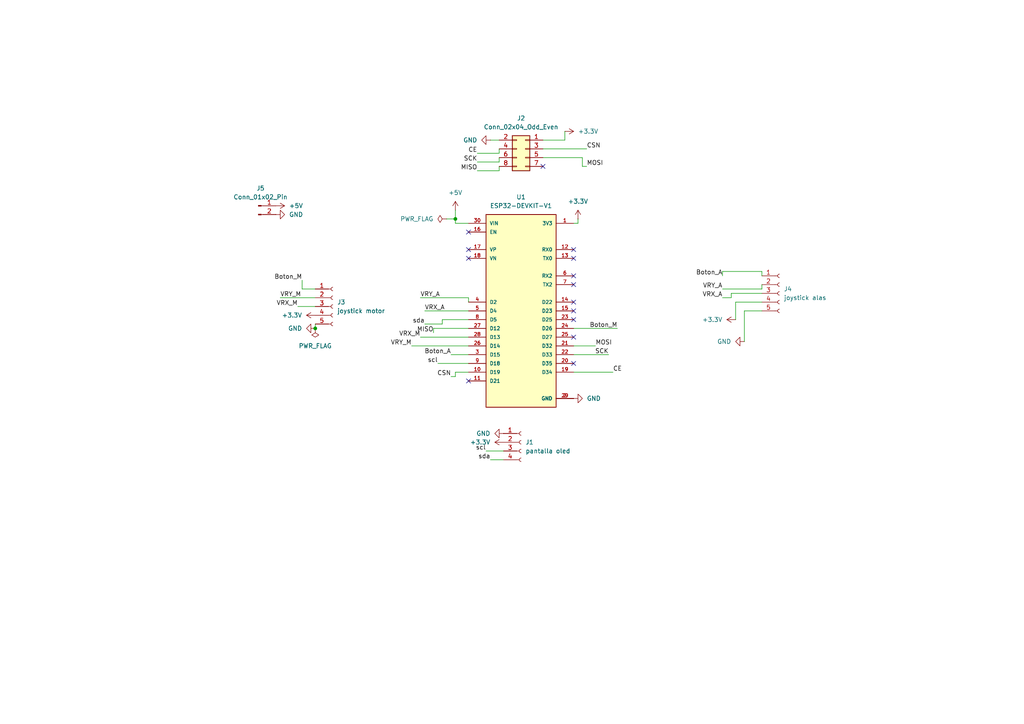
<source format=kicad_sch>
(kicad_sch (version 20231120) (generator "eeschema") (generator_version "8.0")
  (paper "A4")
  (lib_symbols
    (symbol "Connector:Conn_01x02_Pin" (pin_names (offset 1.016) hide)
      (property "Reference" "J" (at 0 2.54 0))
      (property "Value" "Conn_01x02_Pin" (at 0 -5.08 0))
      (symbol "Conn_01x02_Pin_1_1"
        (polyline (pts (xy 1.27 -2.54) (xy 0.8636 -2.54)) (stroke (width 0.1524)))
        (polyline (pts (xy 1.27 0) (xy 0.8636 0)) (stroke (width 0.1524)))
        (rectangle (start 0.8636 -2.413) (end 0 -2.667) (stroke (width 0.1524)) (fill (type outline)))
        (rectangle (start 0.8636 0.127) (end 0 -0.127) (stroke (width 0.1524)) (fill (type outline)))
        (pin passive line (at 5.08 0 180) (length 3.81) (name "Pin_1") (number "1"))
        (pin passive line (at 5.08 -2.54 180) (length 3.81) (name "Pin_2") (number "2"))
      )
    )
    (symbol "Connector:Conn_01x04_Socket" (pin_names (offset 1.016) hide)
      (property "Reference" "J" (at 0 5.08 0))
      (property "Value" "Conn_01x04_Socket" (at 0 -7.62 0))
      (symbol "Conn_01x04_Socket_1_1"
        (arc (start 0 -4.572) (mid -0.5058 -5.08) (end 0 -5.588) (stroke (width 0.1524)))
        (arc (start 0 -2.032) (mid -0.5058 -2.54) (end 0 -3.048) (stroke (width 0.1524)))
        (polyline (pts (xy -1.27 -5.08) (xy -0.508 -5.08)) (stroke (width 0.1524)))
        (polyline (pts (xy -1.27 -2.54) (xy -0.508 -2.54)) (stroke (width 0.1524)))
        (polyline (pts (xy -1.27 0) (xy -0.508 0)) (stroke (width 0.1524)))
        (polyline (pts (xy -1.27 2.54) (xy -0.508 2.54)) (stroke (width 0.1524)))
        (arc (start 0 0.508) (mid -0.5058 0) (end 0 -0.508) (stroke (width 0.1524)))
        (arc (start 0 3.048) (mid -0.5058 2.54) (end 0 2.032) (stroke (width 0.1524)))
        (pin passive line (at -5.08 2.54 0) (length 3.81) (name "Pin_1") (number "1"))
        (pin passive line (at -5.08 0 0) (length 3.81) (name "Pin_2") (number "2"))
        (pin passive line (at -5.08 -2.54 0) (length 3.81) (name "Pin_3") (number "3"))
        (pin passive line (at -5.08 -5.08 0) (length 3.81) (name "Pin_4") (number "4"))
      )
    )
    (symbol "Connector:Conn_01x05_Socket" (pin_names (offset 1.016) hide)
      (property "Reference" "J" (at 0 7.62 0))
      (property "Value" "Conn_01x05_Socket" (at 0 -7.62 0))
      (symbol "Conn_01x05_Socket_1_1"
        (arc (start 0 -4.572) (mid -0.5058 -5.08) (end 0 -5.588) (stroke (width 0.1524)))
        (arc (start 0 -2.032) (mid -0.5058 -2.54) (end 0 -3.048) (stroke (width 0.1524)))
        (polyline (pts (xy -1.27 -5.08) (xy -0.508 -5.08)) (stroke (width 0.1524)))
        (polyline (pts (xy -1.27 -2.54) (xy -0.508 -2.54)) (stroke (width 0.1524)))
        (polyline (pts (xy -1.27 0) (xy -0.508 0)) (stroke (width 0.1524)))
        (polyline (pts (xy -1.27 2.54) (xy -0.508 2.54)) (stroke (width 0.1524)))
        (polyline (pts (xy -1.27 5.08) (xy -0.508 5.08)) (stroke (width 0.1524)))
        (arc (start 0 0.508) (mid -0.5058 0) (end 0 -0.508) (stroke (width 0.1524)))
        (arc (start 0 3.048) (mid -0.5058 2.54) (end 0 2.032) (stroke (width 0.1524)))
        (arc (start 0 5.588) (mid -0.5058 5.08) (end 0 4.572) (stroke (width 0.1524)))
        (pin passive line (at -5.08 5.08 0) (length 3.81) (name "Pin_1") (number "1"))
        (pin passive line (at -5.08 2.54 0) (length 3.81) (name "Pin_2") (number "2"))
        (pin passive line (at -5.08 0 0) (length 3.81) (name "Pin_3") (number "3"))
        (pin passive line (at -5.08 -2.54 0) (length 3.81) (name "Pin_4") (number "4"))
        (pin passive line (at -5.08 -5.08 0) (length 3.81) (name "Pin_5") (number "5"))
      )
    )
    (symbol "Connector_Generic:Conn_02x04_Odd_Even" (pin_names (offset 1.016) hide)
      (property "Reference" "J" (at 1.27 5.08 0))
      (property "Value" "Conn_02x04_Odd_Even" (at 1.27 -7.62 0))
      (symbol "Conn_02x04_Odd_Even_1_1"
        (rectangle (start -1.27 -4.953) (end 0 -5.207) (stroke (width 0.1524)))
        (rectangle (start -1.27 -2.413) (end 0 -2.667) (stroke (width 0.1524)))
        (rectangle (start -1.27 0.127) (end 0 -0.127) (stroke (width 0.1524)))
        (rectangle (start -1.27 2.667) (end 0 2.413) (stroke (width 0.1524)))
        (rectangle (start -1.27 3.81) (end 3.81 -6.35) (stroke (width 0.254)) (fill (type background)))
        (rectangle (start 3.81 -4.953) (end 2.54 -5.207) (stroke (width 0.1524)))
        (rectangle (start 3.81 -2.413) (end 2.54 -2.667) (stroke (width 0.1524)))
        (rectangle (start 3.81 0.127) (end 2.54 -0.127) (stroke (width 0.1524)))
        (rectangle (start 3.81 2.667) (end 2.54 2.413) (stroke (width 0.1524)))
        (pin passive line (at -5.08 2.54 0) (length 3.81) (name "Pin_1") (number "1"))
        (pin passive line (at 7.62 2.54 180) (length 3.81) (name "Pin_2") (number "2"))
        (pin passive line (at -5.08 0 0) (length 3.81) (name "Pin_3") (number "3"))
        (pin passive line (at 7.62 0 180) (length 3.81) (name "Pin_4") (number "4"))
        (pin passive line (at -5.08 -2.54 0) (length 3.81) (name "Pin_5") (number "5"))
        (pin passive line (at 7.62 -2.54 180) (length 3.81) (name "Pin_6") (number "6"))
        (pin passive line (at -5.08 -5.08 0) (length 3.81) (name "Pin_7") (number "7"))
        (pin passive line (at 7.62 -5.08 180) (length 3.81) (name "Pin_8") (number "8"))
      )
    )
    (symbol "ESP32 simbolos:ESP32-DEVKIT-V1" (pin_names (offset 1.016))
      (property "Reference" "U" (at -10.16 30.48 0))
      (property "Value" "ESP32-DEVKIT-V1" (at -10.16 -30.48 0))
      (symbol "ESP32-DEVKIT-V1_0_0"
        (rectangle (start -10.16 -27.94) (end 10.16 27.94) (stroke (width 0.254)) (fill (type background)))
        (pin output line (at 15.24 25.4 180) (length 5.08) (name "3V3") (number "1"))
        (pin bidirectional line (at -15.24 -17.78 0) (length 5.08) (name "D19") (number "10"))
        (pin bidirectional line (at -15.24 -20.32 0) (length 5.08) (name "D21") (number "11"))
        (pin input line (at 15.24 17.78 180) (length 5.08) (name "RX0") (number "12"))
        (pin output line (at 15.24 15.24 180) (length 5.08) (name "TX0") (number "13"))
        (pin bidirectional line (at 15.24 2.54 180) (length 5.08) (name "D22") (number "14"))
        (pin bidirectional line (at 15.24 0 180) (length 5.08) (name "D23") (number "15"))
        (pin input line (at -15.24 22.86 0) (length 5.08) (name "EN") (number "16"))
        (pin bidirectional line (at -15.24 17.78 0) (length 5.08) (name "VP") (number "17"))
        (pin bidirectional line (at -15.24 15.24 0) (length 5.08) (name "VN") (number "18"))
        (pin bidirectional line (at 15.24 -17.78 180) (length 5.08) (name "D34") (number "19"))
        (pin power_in line (at 15.24 -25.4 180) (length 5.08) (name "GND") (number "2"))
        (pin bidirectional line (at 15.24 -15.24 180) (length 5.08) (name "D35") (number "20"))
        (pin bidirectional line (at 15.24 -10.16 180) (length 5.08) (name "D32") (number "21"))
        (pin bidirectional line (at 15.24 -12.7 180) (length 5.08) (name "D33") (number "22"))
        (pin bidirectional line (at 15.24 -2.54 180) (length 5.08) (name "D25") (number "23"))
        (pin bidirectional line (at 15.24 -5.08 180) (length 5.08) (name "D26") (number "24"))
        (pin bidirectional line (at 15.24 -7.62 180) (length 5.08) (name "D27") (number "25"))
        (pin bidirectional line (at -15.24 -10.16 0) (length 5.08) (name "D14") (number "26"))
        (pin bidirectional line (at -15.24 -5.08 0) (length 5.08) (name "D12") (number "27"))
        (pin bidirectional line (at -15.24 -7.62 0) (length 5.08) (name "D13") (number "28"))
        (pin power_in line (at 15.24 -25.4 180) (length 5.08) (name "GND") (number "29"))
        (pin bidirectional line (at -15.24 -12.7 0) (length 5.08) (name "D15") (number "3"))
        (pin input line (at -15.24 25.4 0) (length 5.08) (name "VIN") (number "30"))
        (pin bidirectional line (at -15.24 2.54 0) (length 5.08) (name "D2") (number "4"))
        (pin bidirectional line (at -15.24 0 0) (length 5.08) (name "D4") (number "5"))
        (pin input line (at 15.24 10.16 180) (length 5.08) (name "RX2") (number "6"))
        (pin output line (at 15.24 7.62 180) (length 5.08) (name "TX2") (number "7"))
        (pin bidirectional line (at -15.24 -2.54 0) (length 5.08) (name "D5") (number "8"))
        (pin bidirectional line (at -15.24 -15.24 0) (length 5.08) (name "D18") (number "9"))
      )
    )
    (symbol "power:+3.3V" (power) (pin_numbers hide) (pin_names (offset 0) hide)
      (property "Value" "+3.3V" (at 0 3.556 0))
      (symbol "+3.3V_0_1"
        (polyline (pts (xy -0.762 1.27) (xy 0 2.54)))
        (polyline (pts (xy 0 0) (xy 0 2.54)))
        (polyline (pts (xy 0 2.54) (xy 0.762 1.27)))
      )
      (symbol "+3.3V_1_1"
        (pin power_in line (at 0 0 90) (length 0) (name "~") (number "1"))
      )
    )
    (symbol "power:+5V" (power) (pin_numbers hide) (pin_names (offset 0) hide)
      (property "Value" "+5V" (at 0 3.556 0))
      (symbol "+5V_0_1"
        (polyline (pts (xy -0.762 1.27) (xy 0 2.54)))
        (polyline (pts (xy 0 0) (xy 0 2.54)))
        (polyline (pts (xy 0 2.54) (xy 0.762 1.27)))
      )
      (symbol "+5V_1_1"
        (pin power_in line (at 0 0 90) (length 0) (name "~") (number "1"))
      )
    )
    (symbol "power:GND" (power) (pin_numbers hide) (pin_names (offset 0) hide)
      (property "Value" "GND" (at 0 -3.81 0))
      (symbol "GND_0_1"
        (polyline (pts (xy 0 0) (xy 0 -1.27) (xy 1.27 -1.27) (xy 0 -2.54) (xy -1.27 -1.27) (xy 0 -1.27)))
      )
      (symbol "GND_1_1"
        (pin power_in line (at 0 0 270) (length 0) (name "~") (number "1"))
      )
    )
    (symbol "power:PWR_FLAG" (power) (pin_numbers hide) (pin_names (offset 0) hide)
      (property "Value" "PWR_FLAG" (at 0 3.81 0))
      (symbol "PWR_FLAG_0_0"
        (pin power_out line (at 0 0 90) (length 0) (name "~") (number "1"))
      )
      (symbol "PWR_FLAG_0_1"
        (polyline (pts (xy 0 0) (xy 0 1.27) (xy -1.016 1.905) (xy 0 2.54) (xy 1.016 1.905) (xy 0 1.27)))
      )
    )
  )
  (junction (at 91.44 95.25))
  (junction (at 132.08 63.5))
  (no_connect (at 157.48 48.26))
  (no_connect (at 166.37 80.01))
  (no_connect (at 166.37 87.63))
  (no_connect (at 166.37 92.71))
  (no_connect (at 135.89 67.31))
  (no_connect (at 135.89 74.93))
  (no_connect (at 166.37 90.17))
  (no_connect (at 166.37 105.41))
  (no_connect (at 135.89 110.49))
  (no_connect (at 166.37 82.55))
  (no_connect (at 135.89 72.39))
  (no_connect (at 166.37 74.93))
  (no_connect (at 166.37 72.39))
  (no_connect (at 166.37 97.79))
  (wire (pts (xy 140.97 130.81) (xy 146.05 130.81)))
  (wire (pts (xy 212.09 86.36) (xy 212.09 85.09)))
  (wire (pts (xy 215.9 90.17) (xy 220.98 90.17)))
  (wire (pts (xy 209.55 86.36) (xy 212.09 86.36)))
  (wire (pts (xy 132.08 109.22) (xy 132.08 107.95)))
  (wire (pts (xy 135.89 64.77) (xy 132.08 64.77)))
  (wire (pts (xy 119.38 100.33) (xy 135.89 100.33)))
  (wire (pts (xy 123.19 90.17) (xy 135.89 90.17)))
  (wire (pts (xy 209.55 83.82) (xy 220.98 83.82)))
  (wire (pts (xy 86.36 88.9) (xy 91.44 88.9)))
  (wire (pts (xy 125.73 95.25) (xy 125.73 96.52)))
  (wire (pts (xy 144.78 46.99) (xy 144.78 45.72)))
  (wire (pts (xy 129.54 63.5) (xy 132.08 63.5)))
  (wire (pts (xy 166.37 95.25) (xy 179.07 95.25)))
  (wire (pts (xy 87.63 83.82) (xy 91.44 83.82)))
  (wire (pts (xy 132.08 63.5) (xy 132.08 60.96)))
  (wire (pts (xy 146.05 133.35) (xy 142.24 133.35)))
  (wire (pts (xy 138.43 44.45) (xy 144.78 44.45)))
  (wire (pts (xy 220.98 78.74) (xy 220.98 80.01)))
  (wire (pts (xy 213.36 87.63) (xy 220.98 87.63)))
  (wire (pts (xy 166.37 100.33) (xy 172.72 100.33)))
  (wire (pts (xy 209.55 78.74) (xy 209.55 80.01)))
  (wire (pts (xy 166.37 107.95) (xy 177.8 107.95)))
  (wire (pts (xy 135.89 95.25) (xy 125.73 95.25)))
  (wire (pts (xy 157.48 45.72) (xy 168.91 45.72)))
  (wire (pts (xy 121.92 97.79) (xy 135.89 97.79)))
  (wire (pts (xy 135.89 92.71) (xy 128.27 92.71)))
  (wire (pts (xy 215.9 99.06) (xy 215.9 90.17)))
  (wire (pts (xy 167.64 63.5) (xy 167.64 64.77)))
  (wire (pts (xy 130.81 109.22) (xy 132.08 109.22)))
  (wire (pts (xy 132.08 64.77) (xy 132.08 63.5)))
  (wire (pts (xy 163.83 38.1) (xy 163.83 40.64)))
  (wire (pts (xy 135.89 86.36) (xy 135.89 87.63)))
  (wire (pts (xy 220.98 83.82) (xy 220.98 82.55)))
  (wire (pts (xy 168.91 48.26) (xy 168.91 45.72)))
  (wire (pts (xy 91.44 95.25) (xy 91.44 93.98)))
  (wire (pts (xy 144.78 44.45) (xy 144.78 43.18)))
  (wire (pts (xy 81.28 86.36) (xy 91.44 86.36)))
  (wire (pts (xy 144.78 49.53) (xy 144.78 48.26)))
  (wire (pts (xy 123.19 93.98) (xy 128.27 93.98)))
  (wire (pts (xy 138.43 49.53) (xy 144.78 49.53)))
  (wire (pts (xy 157.48 43.18) (xy 170.18 43.18)))
  (wire (pts (xy 127 105.41) (xy 135.89 105.41)))
  (wire (pts (xy 166.37 102.87) (xy 176.53 102.87)))
  (wire (pts (xy 212.09 85.09) (xy 220.98 85.09)))
  (wire (pts (xy 121.92 86.36) (xy 135.89 86.36)))
  (wire (pts (xy 167.64 64.77) (xy 166.37 64.77)))
  (wire (pts (xy 128.27 92.71) (xy 128.27 93.98)))
  (wire (pts (xy 157.48 40.64) (xy 163.83 40.64)))
  (wire (pts (xy 138.43 46.99) (xy 144.78 46.99)))
  (wire (pts (xy 130.81 102.87) (xy 135.89 102.87)))
  (wire (pts (xy 213.36 92.71) (xy 213.36 87.63)))
  (wire (pts (xy 220.98 78.74) (xy 209.55 78.74)))
  (wire (pts (xy 144.78 40.64) (xy 142.24 40.64)))
  (wire (pts (xy 132.08 107.95) (xy 135.89 107.95)))
  (wire (pts (xy 87.63 81.28) (xy 87.63 83.82)))
  (wire (pts (xy 168.91 48.26) (xy 170.18 48.26)))
  (label "VRY_A" (at 121.92 86.36 0))
  (label "CE" (at 138.43 44.45 180))
  (label "Boton_A" (at 130.81 102.87 180))
  (label "sda" (at 142.24 133.35 180))
  (label "MOSI" (at 170.18 48.26 0))
  (label "SCK" (at 138.43 46.99 180))
  (label "Boton_M" (at 179.07 95.25 180))
  (label "MISO" (at 125.73 96.52 180))
  (label "VRX_M" (at 121.92 97.79 180))
  (label "CSN" (at 130.81 109.22 180))
  (label "Boton_M" (at 87.63 81.28 180))
  (label "VRY_A" (at 209.55 83.82 180))
  (label "scl" (at 127 105.41 180))
  (label "CE" (at 177.8 107.95 0))
  (label "Boton_A" (at 209.55 80.01 180))
  (label "VRX_M" (at 86.36 88.9 180))
  (label "scl" (at 140.97 130.81 180))
  (label "sda" (at 123.19 93.98 180))
  (label "VRX_A" (at 123.19 90.17 0))
  (label "VRX_A" (at 209.55 86.36 180))
  (label "MOSI" (at 172.72 100.33 0))
  (label "MISO" (at 138.43 49.53 180))
  (label "CSN" (at 170.18 43.18 0))
  (label "VRY_M" (at 119.38 100.33 180))
  (label "SCK" (at 176.53 102.87 180))
  (label "VRY_M" (at 81.28 86.36 0))
  (symbol (lib_id "power:+5V") (at 132.08 60.96 0) (unit 1)
    (property "Reference" "#PWR02" (effects (hide yes)))
    (property "Value" "+5V" (at 132.08 55.88 0))
    (property "Description" "Power symbol creates a global label with name \"+5V\"" (effects (hide yes)))
  )
  (symbol (lib_id "Connector:Conn_01x05_Socket") (at 226.06 85.09 0) (unit 1)
    (property "Reference" "J4" (at 227.33 83.8199 0) (effects (justify left)))
    (property "Value" "joystick alas" (at 227.33 86.3599 0) (effects (justify left)))
    (property "Footprint" "Connector_PinSocket_2.54mm:PinSocket_1x05_P2.54mm_Horizontal" (effects (hide yes)))
    (property "Description" "Generic connector, single row, 01x05, script generated" (effects (hide yes)))
  )
  (symbol (lib_id "power:GND") (at 80.01 62.23 90) (unit 1)
    (property "Reference" "#PWR010" (effects (hide yes)))
    (property "Value" "GND" (at 83.82 62.2299 90) (effects (justify right)))
    (property "Description" "Power symbol creates a global label with name \"GND\" , ground" (effects (hide yes)))
  )
  (symbol (lib_id "power:+3.3V") (at 91.44 91.44 90) (unit 1)
    (property "Reference" "#PWR06" (effects (hide yes)))
    (property "Value" "+3.3V" (at 87.63 91.4399 90) (effects (justify left)))
    (property "Description" "Power symbol creates a global label with name \"+3.3V\"" (effects (hide yes)))
  )
  (symbol (lib_id "Connector:Conn_01x02_Pin") (at 74.93 59.69 0) (unit 1)
    (property "Reference" "J5" (at 75.565 54.61 0))
    (property "Value" "Conn_01x02_Pin" (at 75.565 57.15 0))
    (property "Footprint" "Connector_PinHeader_2.54mm:PinHeader_1x02_P2.54mm_Vertical" (effects (hide yes)))
    (property "Description" "Generic connector, single row, 01x02, script generated" (effects (hide yes)))
  )
  (symbol (lib_id "power:PWR_FLAG") (at 91.44 95.25 180) (unit 1)
    (property "Reference" "#FLG01" (effects (hide yes)))
    (property "Value" "PWR_FLAG" (at 91.44 100.33 0))
    (property "Description" "Special symbol for telling ERC where power comes from" (effects (hide yes)))
  )
  (symbol (lib_id "power:GND") (at 215.9 99.06 270) (unit 1)
    (property "Reference" "#PWR07" (effects (hide yes)))
    (property "Value" "GND" (at 212.09 99.0599 90) (effects (justify right)))
    (property "Description" "Power symbol creates a global label with name \"GND\" , ground" (effects (hide yes)))
  )
  (symbol (lib_id "power:+5V") (at 80.01 59.69 270) (unit 1)
    (property "Reference" "#PWR03" (effects (hide yes)))
    (property "Value" "+5V" (at 83.82 59.6899 90) (effects (justify left)))
    (property "Description" "Power symbol creates a global label with name \"+5V\"" (effects (hide yes)))
  )
  (symbol (lib_id "power:PWR_FLAG") (at 129.54 63.5 90) (unit 1)
    (property "Reference" "#FLG03" (effects (hide yes)))
    (property "Value" "PWR_FLAG" (at 125.73 63.4999 90) (effects (justify left)))
    (property "Description" "Special symbol for telling ERC where power comes from" (effects (hide yes)))
  )
  (symbol (lib_id "power:+3.3V") (at 163.83 38.1 270) (unit 1)
    (property "Reference" "#PWR04" (effects (hide yes)))
    (property "Value" "+3.3V" (at 167.64 38.0999 90) (effects (justify left)))
    (property "Description" "Power symbol creates a global label with name \"+3.3V\"" (effects (hide yes)))
  )
  (symbol (lib_id "power:GND") (at 146.05 125.73 270) (unit 1)
    (property "Reference" "#PWR08" (effects (hide yes)))
    (property "Value" "GND" (at 142.24 125.7299 90) (effects (justify right)))
    (property "Description" "Power symbol creates a global label with name \"GND\" , ground" (effects (hide yes)))
  )
  (symbol (lib_id "power:GND") (at 166.37 115.57 90) (unit 1)
    (property "Reference" "#PWR013" (effects (hide yes)))
    (property "Value" "GND" (at 170.18 115.5699 90) (effects (justify right)))
    (property "Description" "Power symbol creates a global label with name \"GND\" , ground" (effects (hide yes)))
  )
  (symbol (lib_id "Connector:Conn_01x04_Socket") (at 151.13 128.27 0) (unit 1)
    (property "Reference" "J1" (at 152.4 128.2699 0) (effects (justify left)))
    (property "Value" "pantalla oled" (at 152.4 130.8099 0) (effects (justify left)))
    (property "Footprint" "Connector_PinSocket_2.54mm:PinSocket_1x04_P2.54mm_Vertical" (effects (hide yes)))
    (property "Description" "Generic connector, single row, 01x04, script generated" (effects (hide yes)))
  )
  (symbol (lib_id "power:+3.3V") (at 167.64 63.5 0) (unit 1)
    (property "Reference" "#PWR01" (effects (hide yes)))
    (property "Value" "+3.3V" (at 167.64 58.42 0))
    (property "Description" "Power symbol creates a global label with name \"+3.3V\"" (effects (hide yes)))
  )
  (symbol (lib_id "Connector:Conn_01x05_Socket") (at 96.52 88.9 0) (unit 1)
    (property "Reference" "J3" (at 97.79 87.6299 0) (effects (justify left)))
    (property "Value" "joystick motor" (at 97.79 90.1699 0) (effects (justify left)))
    (property "Footprint" "Connector_PinSocket_2.54mm:PinSocket_1x05_P2.54mm_Horizontal" (effects (hide yes)))
    (property "Description" "Generic connector, single row, 01x05, script generated" (effects (hide yes)))
  )
  (symbol (lib_id "ESP32 simbolos:ESP32-DEVKIT-V1") (at 151.13 90.17 0) (unit 1)
    (property "Reference" "U1" (at 151.13 57.15 0))
    (property "Value" "ESP32-DEVKIT-V1" (at 151.13 59.69 0))
    (property "Footprint" "ESP32 simbolos:MODULE_ESP32_DEVKIT_V1" (effects (hide yes)))
    (property "MF" "Do it" (effects (hide yes)))
    (property "MAXIMUM_PACKAGE_HEIGHT" "6.8 mm" (effects (hide yes)))
    (property "Package" "None" (effects (hide yes)))
    (property "Price" "None" (effects (hide yes)))
    (property "Check_prices" "https://www.snapeda.com/parts/ESP32-DEVKIT-V1/Do+it/view-part/?ref=eda" (effects (hide yes)))
    (property "STANDARD" "Manufacturer Recommendations" (effects (hide yes)))
    (property "PARTREV" "N/A" (effects (hide yes)))
    (property "SnapEDA_Link" "https://www.snapeda.com/parts/ESP32-DEVKIT-V1/Do+it/view-part/?ref=snap" (effects (hide yes)))
    (property "MP" "ESP32-DEVKIT-V1" (effects (hide yes)))
    (property "Description_1" "\nDual core, Wi-Fi: 2.4 GHz up to 150 Mbits/s,BLE (Bluetooth Low Energy) and legacy Bluetooth, 32 bits, Up to 240 MHz\n" (effects (hide yes)))
    (property "Availability" "Not in stock" (effects (hide yes)))
    (property "MANUFACTURER" "DOIT" (effects (hide yes)))
  )
  (symbol (lib_id "power:GND") (at 91.44 95.25 270) (unit 1)
    (property "Reference" "#PWR05" (effects (hide yes)))
    (property "Value" "GND" (at 87.63 95.2499 90) (effects (justify right)))
    (property "Description" "Power symbol creates a global label with name \"GND\" , ground" (effects (hide yes)))
  )
  (symbol (lib_id "power:+3.3V") (at 146.05 128.27 90) (unit 1)
    (property "Reference" "#PWR012" (effects (hide yes)))
    (property "Value" "+3.3V" (at 142.24 128.2699 90) (effects (justify left)))
    (property "Description" "Power symbol creates a global label with name \"+3.3V\"" (effects (hide yes)))
  )
  (symbol (lib_id "power:+3.3V") (at 213.36 92.71 90) (unit 1)
    (property "Reference" "#PWR09" (effects (hide yes)))
    (property "Value" "+3.3V" (at 209.55 92.7099 90) (effects (justify left)))
    (property "Description" "Power symbol creates a global label with name \"+3.3V\"" (effects (hide yes)))
  )
  (symbol (lib_id "Connector_Generic:Conn_02x04_Odd_Even") (at 152.4 43.18 0) (mirror y) (unit 1)
    (property "Reference" "J2" (at 151.13 34.29 0))
    (property "Value" "Conn_02x04_Odd_Even" (at 151.13 36.83 0))
    (property "Footprint" "Connector_PinSocket_2.54mm:PinSocket_2x04_P2.54mm_Vertical" (effects (hide yes)))
    (property "Description" "Generic connector, double row, 02x04, odd/even pin numbering scheme (row 1 odd numbers, row 2 even numbers), script generated (kicad-library-utils/schlib/autogen/connector/)" (effects (hide yes)))
  )
  (symbol (lib_id "power:GND") (at 142.24 40.64 270) (unit 1)
    (property "Reference" "#PWR014" (effects (hide yes)))
    (property "Value" "GND" (at 138.43 40.6399 90) (effects (justify right)))
    (property "Description" "Power symbol creates a global label with name \"GND\" , ground" (effects (hide yes)))
  )
)
</source>
